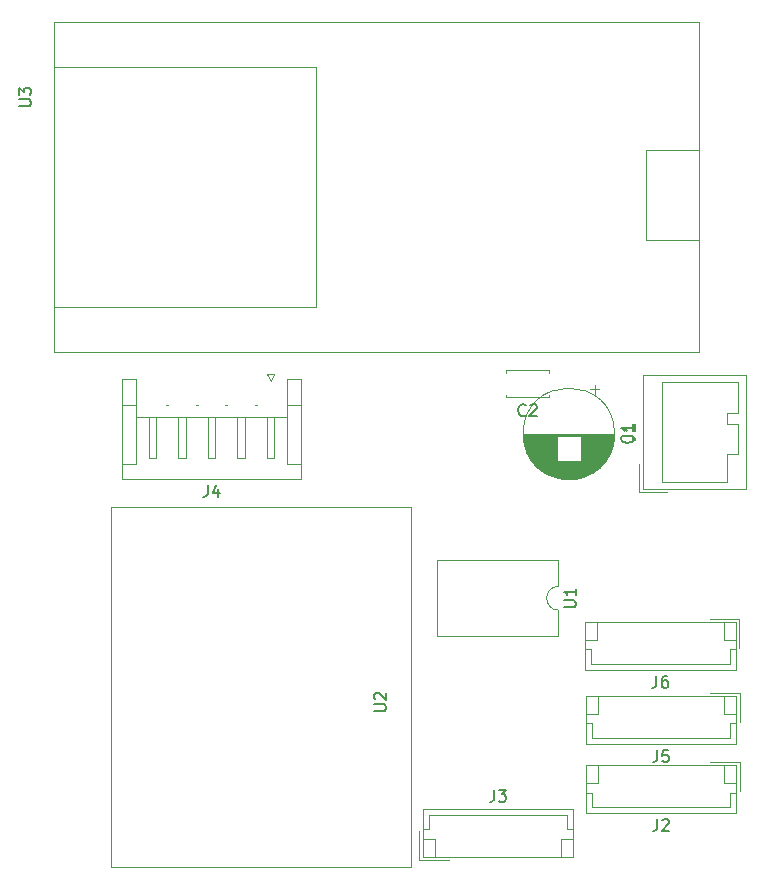
<source format=gbr>
%TF.GenerationSoftware,KiCad,Pcbnew,(5.1.9)-1*%
%TF.CreationDate,2021-02-27T18:17:11+05:30*%
%TF.ProjectId,ESP_PCB,4553505f-5043-4422-9e6b-696361645f70,rev?*%
%TF.SameCoordinates,Original*%
%TF.FileFunction,Legend,Top*%
%TF.FilePolarity,Positive*%
%FSLAX46Y46*%
G04 Gerber Fmt 4.6, Leading zero omitted, Abs format (unit mm)*
G04 Created by KiCad (PCBNEW (5.1.9)-1) date 2021-02-27 18:17:11*
%MOMM*%
%LPD*%
G01*
G04 APERTURE LIST*
%ADD10C,0.120000*%
%ADD11C,0.150000*%
G04 APERTURE END LIST*
D10*
%TO.C,U2*%
X159850000Y-96230000D02*
X159850000Y-125440000D01*
X159850000Y-125440000D02*
X134450000Y-125440000D01*
X134450000Y-125440000D02*
X134450000Y-94960000D01*
X134450000Y-94960000D02*
X159850000Y-94960000D01*
X159850000Y-94960000D02*
X159850000Y-96230000D01*
%TO.C,J1*%
X179190000Y-93710000D02*
X179190000Y-91300000D01*
X181600000Y-93710000D02*
X179190000Y-93710000D01*
X181100000Y-84400000D02*
X181100000Y-92800000D01*
X187600000Y-84400000D02*
X181100000Y-84400000D01*
X187600000Y-87000000D02*
X187600000Y-84400000D01*
X186600000Y-87000000D02*
X187600000Y-87000000D01*
X186600000Y-87900000D02*
X186600000Y-87000000D01*
X187600000Y-87900000D02*
X186600000Y-87900000D01*
X187600000Y-90500000D02*
X187600000Y-87900000D01*
X186600000Y-90500000D02*
X187600000Y-90500000D01*
X186600000Y-92800000D02*
X186600000Y-90500000D01*
X181100000Y-92800000D02*
X186600000Y-92800000D01*
X179490000Y-83790000D02*
X179490000Y-93410000D01*
X188210000Y-83790000D02*
X179490000Y-83790000D01*
X188210000Y-93410000D02*
X188210000Y-83790000D01*
X179490000Y-93410000D02*
X188210000Y-93410000D01*
%TO.C,J4*%
X147700000Y-83650000D02*
X148000000Y-84250000D01*
X148300000Y-83650000D02*
X147700000Y-83650000D01*
X148000000Y-84250000D02*
X148300000Y-83650000D01*
X137680000Y-87340000D02*
X138000000Y-87340000D01*
X137680000Y-90760000D02*
X137680000Y-87340000D01*
X138000000Y-90840000D02*
X137680000Y-90760000D01*
X138320000Y-90760000D02*
X138000000Y-90840000D01*
X138320000Y-87340000D02*
X138320000Y-90760000D01*
X138000000Y-87340000D02*
X138320000Y-87340000D01*
X139330000Y-86340000D02*
X139170000Y-86340000D01*
X140180000Y-87340000D02*
X140500000Y-87340000D01*
X140180000Y-90760000D02*
X140180000Y-87340000D01*
X140500000Y-90840000D02*
X140180000Y-90760000D01*
X140820000Y-90760000D02*
X140500000Y-90840000D01*
X140820000Y-87340000D02*
X140820000Y-90760000D01*
X140500000Y-87340000D02*
X140820000Y-87340000D01*
X141830000Y-86340000D02*
X141670000Y-86340000D01*
X142680000Y-87340000D02*
X143000000Y-87340000D01*
X142680000Y-90760000D02*
X142680000Y-87340000D01*
X143000000Y-90840000D02*
X142680000Y-90760000D01*
X143320000Y-90760000D02*
X143000000Y-90840000D01*
X143320000Y-87340000D02*
X143320000Y-90760000D01*
X143000000Y-87340000D02*
X143320000Y-87340000D01*
X144330000Y-86340000D02*
X144170000Y-86340000D01*
X145180000Y-87340000D02*
X145500000Y-87340000D01*
X145180000Y-90760000D02*
X145180000Y-87340000D01*
X145500000Y-90840000D02*
X145180000Y-90760000D01*
X145820000Y-90760000D02*
X145500000Y-90840000D01*
X145820000Y-87340000D02*
X145820000Y-90760000D01*
X145500000Y-87340000D02*
X145820000Y-87340000D01*
X146830000Y-86340000D02*
X146670000Y-86340000D01*
X147680000Y-87340000D02*
X148000000Y-87340000D01*
X147680000Y-90760000D02*
X147680000Y-87340000D01*
X148000000Y-90840000D02*
X147680000Y-90760000D01*
X148320000Y-90760000D02*
X148000000Y-90840000D01*
X148320000Y-87340000D02*
X148320000Y-90760000D01*
X148000000Y-87340000D02*
X148320000Y-87340000D01*
X149390000Y-87340000D02*
X136610000Y-87340000D01*
X136610000Y-86340000D02*
X135390000Y-86340000D01*
X136610000Y-91340000D02*
X136610000Y-86340000D01*
X135390000Y-91340000D02*
X136610000Y-91340000D01*
X149390000Y-86340000D02*
X150610000Y-86340000D01*
X149390000Y-91340000D02*
X149390000Y-86340000D01*
X150610000Y-91340000D02*
X149390000Y-91340000D01*
X136610000Y-84140000D02*
X136610000Y-86340000D01*
X135390000Y-84140000D02*
X136610000Y-84140000D01*
X135390000Y-92560000D02*
X135390000Y-84140000D01*
X150610000Y-92560000D02*
X135390000Y-92560000D01*
X150610000Y-84140000D02*
X150610000Y-92560000D01*
X149390000Y-84140000D02*
X150610000Y-84140000D01*
X149390000Y-86340000D02*
X149390000Y-84140000D01*
%TO.C,J6*%
X187360000Y-108710000D02*
X187360000Y-104690000D01*
X187360000Y-104690000D02*
X174640000Y-104690000D01*
X174640000Y-104690000D02*
X174640000Y-108710000D01*
X174640000Y-108710000D02*
X187360000Y-108710000D01*
X187360000Y-107000000D02*
X186860000Y-107000000D01*
X186860000Y-107000000D02*
X186860000Y-108210000D01*
X186860000Y-108210000D02*
X175140000Y-108210000D01*
X175140000Y-108210000D02*
X175140000Y-107000000D01*
X175140000Y-107000000D02*
X174640000Y-107000000D01*
X187360000Y-106190000D02*
X186360000Y-106190000D01*
X186360000Y-106190000D02*
X186360000Y-104690000D01*
X174640000Y-106190000D02*
X175640000Y-106190000D01*
X175640000Y-106190000D02*
X175640000Y-104690000D01*
X187660000Y-106890000D02*
X187660000Y-104390000D01*
X187660000Y-104390000D02*
X185160000Y-104390000D01*
%TO.C,C2*%
X167930000Y-83575000D02*
X167930000Y-83330000D01*
X167930000Y-85670000D02*
X167930000Y-85425000D01*
X171570000Y-83575000D02*
X171570000Y-83330000D01*
X171570000Y-85670000D02*
X171570000Y-85425000D01*
X171570000Y-83330000D02*
X167930000Y-83330000D01*
X171570000Y-85670000D02*
X167930000Y-85670000D01*
%TO.C,U1*%
X172370000Y-105905000D02*
X172370000Y-103670000D01*
X162090000Y-105905000D02*
X172370000Y-105905000D01*
X162090000Y-99435000D02*
X162090000Y-105905000D01*
X172370000Y-99435000D02*
X162090000Y-99435000D01*
X172370000Y-101670000D02*
X172370000Y-99435000D01*
X172370000Y-103670000D02*
G75*
G02*
X172370000Y-101670000I0J1000000D01*
G01*
%TO.C,J5*%
X187424999Y-114984999D02*
X187424999Y-110964999D01*
X187424999Y-110964999D02*
X174704999Y-110964999D01*
X174704999Y-110964999D02*
X174704999Y-114984999D01*
X174704999Y-114984999D02*
X187424999Y-114984999D01*
X187424999Y-113274999D02*
X186924999Y-113274999D01*
X186924999Y-113274999D02*
X186924999Y-114484999D01*
X186924999Y-114484999D02*
X175204999Y-114484999D01*
X175204999Y-114484999D02*
X175204999Y-113274999D01*
X175204999Y-113274999D02*
X174704999Y-113274999D01*
X187424999Y-112464999D02*
X186424999Y-112464999D01*
X186424999Y-112464999D02*
X186424999Y-110964999D01*
X174704999Y-112464999D02*
X175704999Y-112464999D01*
X175704999Y-112464999D02*
X175704999Y-110964999D01*
X187724999Y-113164999D02*
X187724999Y-110664999D01*
X187724999Y-110664999D02*
X185224999Y-110664999D01*
%TO.C,C1*%
X175800000Y-84982789D02*
X175050000Y-84982789D01*
X175425000Y-84607789D02*
X175425000Y-85357789D01*
X173691000Y-92591000D02*
X172809000Y-92591000D01*
X173943000Y-92551000D02*
X172557000Y-92551000D01*
X174127000Y-92511000D02*
X172373000Y-92511000D01*
X174278000Y-92471000D02*
X172222000Y-92471000D01*
X174408000Y-92431000D02*
X172092000Y-92431000D01*
X174525000Y-92391000D02*
X171975000Y-92391000D01*
X174631000Y-92351000D02*
X171869000Y-92351000D01*
X174728000Y-92311000D02*
X171772000Y-92311000D01*
X174819000Y-92271000D02*
X171681000Y-92271000D01*
X174904000Y-92231000D02*
X171596000Y-92231000D01*
X174983000Y-92191000D02*
X171517000Y-92191000D01*
X175059000Y-92151000D02*
X171441000Y-92151000D01*
X175131000Y-92111000D02*
X171369000Y-92111000D01*
X175199000Y-92071000D02*
X171301000Y-92071000D01*
X175264000Y-92031000D02*
X171236000Y-92031000D01*
X175327000Y-91991000D02*
X171173000Y-91991000D01*
X175387000Y-91951000D02*
X171113000Y-91951000D01*
X175445000Y-91911000D02*
X171055000Y-91911000D01*
X175500000Y-91871000D02*
X171000000Y-91871000D01*
X175554000Y-91831000D02*
X170946000Y-91831000D01*
X175605000Y-91791000D02*
X170895000Y-91791000D01*
X175655000Y-91751000D02*
X170845000Y-91751000D01*
X175704000Y-91711000D02*
X170796000Y-91711000D01*
X175750000Y-91671000D02*
X170750000Y-91671000D01*
X175796000Y-91631000D02*
X170704000Y-91631000D01*
X175839000Y-91591000D02*
X170661000Y-91591000D01*
X175882000Y-91551000D02*
X170618000Y-91551000D01*
X175923000Y-91511000D02*
X170577000Y-91511000D01*
X175963000Y-91471000D02*
X170537000Y-91471000D01*
X176002000Y-91431000D02*
X170498000Y-91431000D01*
X176040000Y-91391000D02*
X170460000Y-91391000D01*
X176077000Y-91351000D02*
X170423000Y-91351000D01*
X176113000Y-91311000D02*
X170387000Y-91311000D01*
X176148000Y-91271000D02*
X170352000Y-91271000D01*
X176181000Y-91231000D02*
X170319000Y-91231000D01*
X176214000Y-91191000D02*
X170286000Y-91191000D01*
X176246000Y-91151000D02*
X170254000Y-91151000D01*
X176278000Y-91111000D02*
X170222000Y-91111000D01*
X176308000Y-91071000D02*
X170192000Y-91071000D01*
X172210000Y-91031000D02*
X170162000Y-91031000D01*
X176338000Y-91031000D02*
X174290000Y-91031000D01*
X172210000Y-90991000D02*
X170134000Y-90991000D01*
X176366000Y-90991000D02*
X174290000Y-90991000D01*
X172210000Y-90951000D02*
X170106000Y-90951000D01*
X176394000Y-90951000D02*
X174290000Y-90951000D01*
X172210000Y-90911000D02*
X170078000Y-90911000D01*
X176422000Y-90911000D02*
X174290000Y-90911000D01*
X172210000Y-90871000D02*
X170052000Y-90871000D01*
X176448000Y-90871000D02*
X174290000Y-90871000D01*
X172210000Y-90831000D02*
X170026000Y-90831000D01*
X176474000Y-90831000D02*
X174290000Y-90831000D01*
X172210000Y-90791000D02*
X170001000Y-90791000D01*
X176499000Y-90791000D02*
X174290000Y-90791000D01*
X172210000Y-90751000D02*
X169976000Y-90751000D01*
X176524000Y-90751000D02*
X174290000Y-90751000D01*
X172210000Y-90711000D02*
X169953000Y-90711000D01*
X176547000Y-90711000D02*
X174290000Y-90711000D01*
X172210000Y-90671000D02*
X169929000Y-90671000D01*
X176571000Y-90671000D02*
X174290000Y-90671000D01*
X172210000Y-90631000D02*
X169907000Y-90631000D01*
X176593000Y-90631000D02*
X174290000Y-90631000D01*
X172210000Y-90591000D02*
X169885000Y-90591000D01*
X176615000Y-90591000D02*
X174290000Y-90591000D01*
X172210000Y-90551000D02*
X169864000Y-90551000D01*
X176636000Y-90551000D02*
X174290000Y-90551000D01*
X172210000Y-90511000D02*
X169843000Y-90511000D01*
X176657000Y-90511000D02*
X174290000Y-90511000D01*
X172210000Y-90471000D02*
X169823000Y-90471000D01*
X176677000Y-90471000D02*
X174290000Y-90471000D01*
X172210000Y-90431000D02*
X169803000Y-90431000D01*
X176697000Y-90431000D02*
X174290000Y-90431000D01*
X172210000Y-90391000D02*
X169784000Y-90391000D01*
X176716000Y-90391000D02*
X174290000Y-90391000D01*
X172210000Y-90351000D02*
X169766000Y-90351000D01*
X176734000Y-90351000D02*
X174290000Y-90351000D01*
X172210000Y-90311000D02*
X169748000Y-90311000D01*
X176752000Y-90311000D02*
X174290000Y-90311000D01*
X172210000Y-90271000D02*
X169730000Y-90271000D01*
X176770000Y-90271000D02*
X174290000Y-90271000D01*
X172210000Y-90231000D02*
X169714000Y-90231000D01*
X176786000Y-90231000D02*
X174290000Y-90231000D01*
X172210000Y-90191000D02*
X169697000Y-90191000D01*
X176803000Y-90191000D02*
X174290000Y-90191000D01*
X172210000Y-90151000D02*
X169682000Y-90151000D01*
X176818000Y-90151000D02*
X174290000Y-90151000D01*
X172210000Y-90111000D02*
X169666000Y-90111000D01*
X176834000Y-90111000D02*
X174290000Y-90111000D01*
X172210000Y-90071000D02*
X169652000Y-90071000D01*
X176848000Y-90071000D02*
X174290000Y-90071000D01*
X172210000Y-90031000D02*
X169637000Y-90031000D01*
X176863000Y-90031000D02*
X174290000Y-90031000D01*
X172210000Y-89991000D02*
X169624000Y-89991000D01*
X176876000Y-89991000D02*
X174290000Y-89991000D01*
X172210000Y-89951000D02*
X169610000Y-89951000D01*
X176890000Y-89951000D02*
X174290000Y-89951000D01*
X172210000Y-89911000D02*
X169597000Y-89911000D01*
X176903000Y-89911000D02*
X174290000Y-89911000D01*
X172210000Y-89871000D02*
X169585000Y-89871000D01*
X176915000Y-89871000D02*
X174290000Y-89871000D01*
X172210000Y-89831000D02*
X169573000Y-89831000D01*
X176927000Y-89831000D02*
X174290000Y-89831000D01*
X172210000Y-89791000D02*
X169562000Y-89791000D01*
X176938000Y-89791000D02*
X174290000Y-89791000D01*
X172210000Y-89751000D02*
X169551000Y-89751000D01*
X176949000Y-89751000D02*
X174290000Y-89751000D01*
X172210000Y-89711000D02*
X169540000Y-89711000D01*
X176960000Y-89711000D02*
X174290000Y-89711000D01*
X172210000Y-89671000D02*
X169530000Y-89671000D01*
X176970000Y-89671000D02*
X174290000Y-89671000D01*
X172210000Y-89631000D02*
X169521000Y-89631000D01*
X176979000Y-89631000D02*
X174290000Y-89631000D01*
X172210000Y-89591000D02*
X169512000Y-89591000D01*
X176988000Y-89591000D02*
X174290000Y-89591000D01*
X172210000Y-89551000D02*
X169503000Y-89551000D01*
X176997000Y-89551000D02*
X174290000Y-89551000D01*
X172210000Y-89511000D02*
X169495000Y-89511000D01*
X177005000Y-89511000D02*
X174290000Y-89511000D01*
X172210000Y-89471000D02*
X169487000Y-89471000D01*
X177013000Y-89471000D02*
X174290000Y-89471000D01*
X172210000Y-89430000D02*
X169480000Y-89430000D01*
X177020000Y-89430000D02*
X174290000Y-89430000D01*
X172210000Y-89390000D02*
X169473000Y-89390000D01*
X177027000Y-89390000D02*
X174290000Y-89390000D01*
X172210000Y-89350000D02*
X169466000Y-89350000D01*
X177034000Y-89350000D02*
X174290000Y-89350000D01*
X172210000Y-89310000D02*
X169460000Y-89310000D01*
X177040000Y-89310000D02*
X174290000Y-89310000D01*
X172210000Y-89270000D02*
X169455000Y-89270000D01*
X177045000Y-89270000D02*
X174290000Y-89270000D01*
X172210000Y-89230000D02*
X169449000Y-89230000D01*
X177051000Y-89230000D02*
X174290000Y-89230000D01*
X172210000Y-89190000D02*
X169445000Y-89190000D01*
X177055000Y-89190000D02*
X174290000Y-89190000D01*
X172210000Y-89150000D02*
X169440000Y-89150000D01*
X177060000Y-89150000D02*
X174290000Y-89150000D01*
X172210000Y-89110000D02*
X169436000Y-89110000D01*
X177064000Y-89110000D02*
X174290000Y-89110000D01*
X172210000Y-89070000D02*
X169433000Y-89070000D01*
X177067000Y-89070000D02*
X174290000Y-89070000D01*
X172210000Y-89030000D02*
X169430000Y-89030000D01*
X177070000Y-89030000D02*
X174290000Y-89030000D01*
X172210000Y-88990000D02*
X169427000Y-88990000D01*
X177073000Y-88990000D02*
X174290000Y-88990000D01*
X177075000Y-88950000D02*
X169425000Y-88950000D01*
X177077000Y-88910000D02*
X169423000Y-88910000D01*
X177079000Y-88870000D02*
X169421000Y-88870000D01*
X177080000Y-88830000D02*
X169420000Y-88830000D01*
X177080000Y-88790000D02*
X169420000Y-88790000D01*
X177080000Y-88750000D02*
X169420000Y-88750000D01*
X177120000Y-88750000D02*
G75*
G03*
X177120000Y-88750000I-3870000J0D01*
G01*
%TO.C,J3*%
X160590000Y-124860000D02*
X163090000Y-124860000D01*
X160590000Y-122360000D02*
X160590000Y-124860000D01*
X172610000Y-123060000D02*
X172610000Y-124560000D01*
X173610000Y-123060000D02*
X172610000Y-123060000D01*
X161890000Y-123060000D02*
X161890000Y-124560000D01*
X160890000Y-123060000D02*
X161890000Y-123060000D01*
X173110000Y-122250000D02*
X173610000Y-122250000D01*
X173110000Y-121040000D02*
X173110000Y-122250000D01*
X161390000Y-121040000D02*
X173110000Y-121040000D01*
X161390000Y-122250000D02*
X161390000Y-121040000D01*
X160890000Y-122250000D02*
X161390000Y-122250000D01*
X173610000Y-120540000D02*
X160890000Y-120540000D01*
X173610000Y-124560000D02*
X173610000Y-120540000D01*
X160890000Y-124560000D02*
X173610000Y-124560000D01*
X160890000Y-120540000D02*
X160890000Y-124560000D01*
%TO.C,J2*%
X187724999Y-116514999D02*
X185224999Y-116514999D01*
X187724999Y-119014999D02*
X187724999Y-116514999D01*
X175704999Y-118314999D02*
X175704999Y-116814999D01*
X174704999Y-118314999D02*
X175704999Y-118314999D01*
X186424999Y-118314999D02*
X186424999Y-116814999D01*
X187424999Y-118314999D02*
X186424999Y-118314999D01*
X175204999Y-119124999D02*
X174704999Y-119124999D01*
X175204999Y-120334999D02*
X175204999Y-119124999D01*
X186924999Y-120334999D02*
X175204999Y-120334999D01*
X186924999Y-119124999D02*
X186924999Y-120334999D01*
X187424999Y-119124999D02*
X186924999Y-119124999D01*
X174704999Y-120834999D02*
X187424999Y-120834999D01*
X174704999Y-116814999D02*
X174704999Y-120834999D01*
X187424999Y-116814999D02*
X174704999Y-116814999D01*
X187424999Y-120834999D02*
X187424999Y-116814999D01*
%TO.C,U3*%
X184265000Y-81840000D02*
X184265000Y-53900000D01*
X129655000Y-81840000D02*
X184265000Y-81840000D01*
X129655000Y-53900000D02*
X129655000Y-81840000D01*
X184265000Y-53900000D02*
X129655000Y-53900000D01*
X129655000Y-57710000D02*
X145530000Y-57710000D01*
X145530000Y-57710000D02*
X151880000Y-57710000D01*
X151880000Y-57710000D02*
X151880000Y-78030000D01*
X151880000Y-78030000D02*
X129655000Y-78030000D01*
X184265000Y-64695000D02*
X179820000Y-64695000D01*
X179820000Y-64695000D02*
X179820000Y-72315000D01*
X179820000Y-72315000D02*
X184265000Y-72315000D01*
%TO.C,U2*%
D11*
X156762380Y-112231904D02*
X157571904Y-112231904D01*
X157667142Y-112184285D01*
X157714761Y-112136666D01*
X157762380Y-112041428D01*
X157762380Y-111850952D01*
X157714761Y-111755714D01*
X157667142Y-111708095D01*
X157571904Y-111660476D01*
X156762380Y-111660476D01*
X156857619Y-111231904D02*
X156810000Y-111184285D01*
X156762380Y-111089047D01*
X156762380Y-110850952D01*
X156810000Y-110755714D01*
X156857619Y-110708095D01*
X156952857Y-110660476D01*
X157048095Y-110660476D01*
X157190952Y-110708095D01*
X157762380Y-111279523D01*
X157762380Y-110660476D01*
%TO.C,J1*%
X177852380Y-88933333D02*
X178566666Y-88933333D01*
X178709523Y-88980952D01*
X178804761Y-89076190D01*
X178852380Y-89219047D01*
X178852380Y-89314285D01*
X178852380Y-87933333D02*
X178852380Y-88504761D01*
X178852380Y-88219047D02*
X177852380Y-88219047D01*
X177995238Y-88314285D01*
X178090476Y-88409523D01*
X178138095Y-88504761D01*
%TO.C,J4*%
X142666666Y-93102380D02*
X142666666Y-93816666D01*
X142619047Y-93959523D01*
X142523809Y-94054761D01*
X142380952Y-94102380D01*
X142285714Y-94102380D01*
X143571428Y-93435714D02*
X143571428Y-94102380D01*
X143333333Y-93054761D02*
X143095238Y-93769047D01*
X143714285Y-93769047D01*
%TO.C,J6*%
X180666666Y-109252380D02*
X180666666Y-109966666D01*
X180619047Y-110109523D01*
X180523809Y-110204761D01*
X180380952Y-110252380D01*
X180285714Y-110252380D01*
X181571428Y-109252380D02*
X181380952Y-109252380D01*
X181285714Y-109300000D01*
X181238095Y-109347619D01*
X181142857Y-109490476D01*
X181095238Y-109680952D01*
X181095238Y-110061904D01*
X181142857Y-110157142D01*
X181190476Y-110204761D01*
X181285714Y-110252380D01*
X181476190Y-110252380D01*
X181571428Y-110204761D01*
X181619047Y-110157142D01*
X181666666Y-110061904D01*
X181666666Y-109823809D01*
X181619047Y-109728571D01*
X181571428Y-109680952D01*
X181476190Y-109633333D01*
X181285714Y-109633333D01*
X181190476Y-109680952D01*
X181142857Y-109728571D01*
X181095238Y-109823809D01*
%TO.C,C2*%
X169583333Y-87157142D02*
X169535714Y-87204761D01*
X169392857Y-87252380D01*
X169297619Y-87252380D01*
X169154761Y-87204761D01*
X169059523Y-87109523D01*
X169011904Y-87014285D01*
X168964285Y-86823809D01*
X168964285Y-86680952D01*
X169011904Y-86490476D01*
X169059523Y-86395238D01*
X169154761Y-86300000D01*
X169297619Y-86252380D01*
X169392857Y-86252380D01*
X169535714Y-86300000D01*
X169583333Y-86347619D01*
X169964285Y-86347619D02*
X170011904Y-86300000D01*
X170107142Y-86252380D01*
X170345238Y-86252380D01*
X170440476Y-86300000D01*
X170488095Y-86347619D01*
X170535714Y-86442857D01*
X170535714Y-86538095D01*
X170488095Y-86680952D01*
X169916666Y-87252380D01*
X170535714Y-87252380D01*
%TO.C,U1*%
X172822380Y-103431904D02*
X173631904Y-103431904D01*
X173727142Y-103384285D01*
X173774761Y-103336666D01*
X173822380Y-103241428D01*
X173822380Y-103050952D01*
X173774761Y-102955714D01*
X173727142Y-102908095D01*
X173631904Y-102860476D01*
X172822380Y-102860476D01*
X173822380Y-101860476D02*
X173822380Y-102431904D01*
X173822380Y-102146190D02*
X172822380Y-102146190D01*
X172965238Y-102241428D01*
X173060476Y-102336666D01*
X173108095Y-102431904D01*
%TO.C,J5*%
X180731665Y-115527379D02*
X180731665Y-116241665D01*
X180684046Y-116384522D01*
X180588808Y-116479760D01*
X180445951Y-116527379D01*
X180350713Y-116527379D01*
X181684046Y-115527379D02*
X181207856Y-115527379D01*
X181160237Y-116003570D01*
X181207856Y-115955951D01*
X181303094Y-115908332D01*
X181541189Y-115908332D01*
X181636427Y-115955951D01*
X181684046Y-116003570D01*
X181731665Y-116098808D01*
X181731665Y-116336903D01*
X181684046Y-116432141D01*
X181636427Y-116479760D01*
X181541189Y-116527379D01*
X181303094Y-116527379D01*
X181207856Y-116479760D01*
X181160237Y-116432141D01*
%TO.C,C1*%
X178607142Y-88916666D02*
X178654761Y-88964285D01*
X178702380Y-89107142D01*
X178702380Y-89202380D01*
X178654761Y-89345238D01*
X178559523Y-89440476D01*
X178464285Y-89488095D01*
X178273809Y-89535714D01*
X178130952Y-89535714D01*
X177940476Y-89488095D01*
X177845238Y-89440476D01*
X177750000Y-89345238D01*
X177702380Y-89202380D01*
X177702380Y-89107142D01*
X177750000Y-88964285D01*
X177797619Y-88916666D01*
X178702380Y-87964285D02*
X178702380Y-88535714D01*
X178702380Y-88250000D02*
X177702380Y-88250000D01*
X177845238Y-88345238D01*
X177940476Y-88440476D01*
X177988095Y-88535714D01*
%TO.C,J3*%
X166916666Y-118902380D02*
X166916666Y-119616666D01*
X166869047Y-119759523D01*
X166773809Y-119854761D01*
X166630952Y-119902380D01*
X166535714Y-119902380D01*
X167297619Y-118902380D02*
X167916666Y-118902380D01*
X167583333Y-119283333D01*
X167726190Y-119283333D01*
X167821428Y-119330952D01*
X167869047Y-119378571D01*
X167916666Y-119473809D01*
X167916666Y-119711904D01*
X167869047Y-119807142D01*
X167821428Y-119854761D01*
X167726190Y-119902380D01*
X167440476Y-119902380D01*
X167345238Y-119854761D01*
X167297619Y-119807142D01*
%TO.C,J2*%
X180731665Y-121377379D02*
X180731665Y-122091665D01*
X180684046Y-122234522D01*
X180588808Y-122329760D01*
X180445951Y-122377379D01*
X180350713Y-122377379D01*
X181160237Y-121472618D02*
X181207856Y-121424999D01*
X181303094Y-121377379D01*
X181541189Y-121377379D01*
X181636427Y-121424999D01*
X181684046Y-121472618D01*
X181731665Y-121567856D01*
X181731665Y-121663094D01*
X181684046Y-121805951D01*
X181112618Y-122377379D01*
X181731665Y-122377379D01*
%TO.C,U3*%
X126702380Y-61011904D02*
X127511904Y-61011904D01*
X127607142Y-60964285D01*
X127654761Y-60916666D01*
X127702380Y-60821428D01*
X127702380Y-60630952D01*
X127654761Y-60535714D01*
X127607142Y-60488095D01*
X127511904Y-60440476D01*
X126702380Y-60440476D01*
X126702380Y-60059523D02*
X126702380Y-59440476D01*
X127083333Y-59773809D01*
X127083333Y-59630952D01*
X127130952Y-59535714D01*
X127178571Y-59488095D01*
X127273809Y-59440476D01*
X127511904Y-59440476D01*
X127607142Y-59488095D01*
X127654761Y-59535714D01*
X127702380Y-59630952D01*
X127702380Y-59916666D01*
X127654761Y-60011904D01*
X127607142Y-60059523D01*
%TD*%
M02*

</source>
